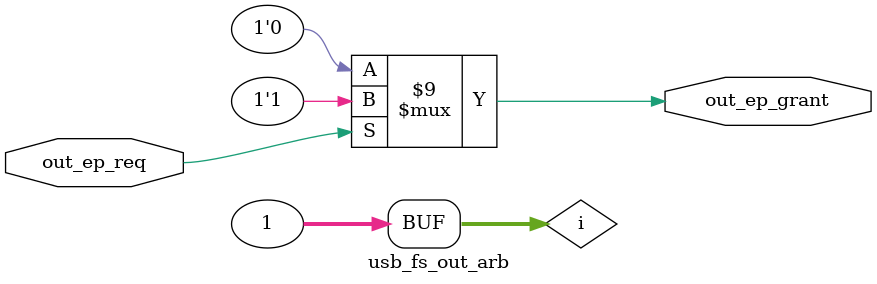
<source format=v>
module usb_fs_out_arb #(
  parameter NUM_OUT_EPS = 1
) (
  ////////////////////
  // endpoint interface 
  ////////////////////
  input wire [NUM_OUT_EPS-1:0] out_ep_req,
  output reg [NUM_OUT_EPS-1:0] out_ep_grant
);
  integer i;
  reg grant;

  always @* begin
    grant = 0;

    for (i = 0; i < NUM_OUT_EPS; i = i + 1) begin
      out_ep_grant[i] <= 0;

      if (out_ep_req[i] && !grant) begin
        out_ep_grant[i] <= 1;
        grant = 1;
      end
    end
  end
endmodule

</source>
